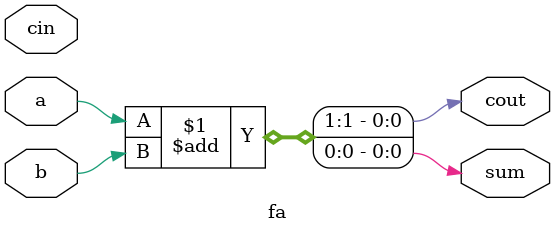
<source format=v>
module fa(a,b,cin,sum,cout);
	input a,b,cin;
	output sum,cout;
	assign {cout,sum} = a + b ;
endmodule

</source>
